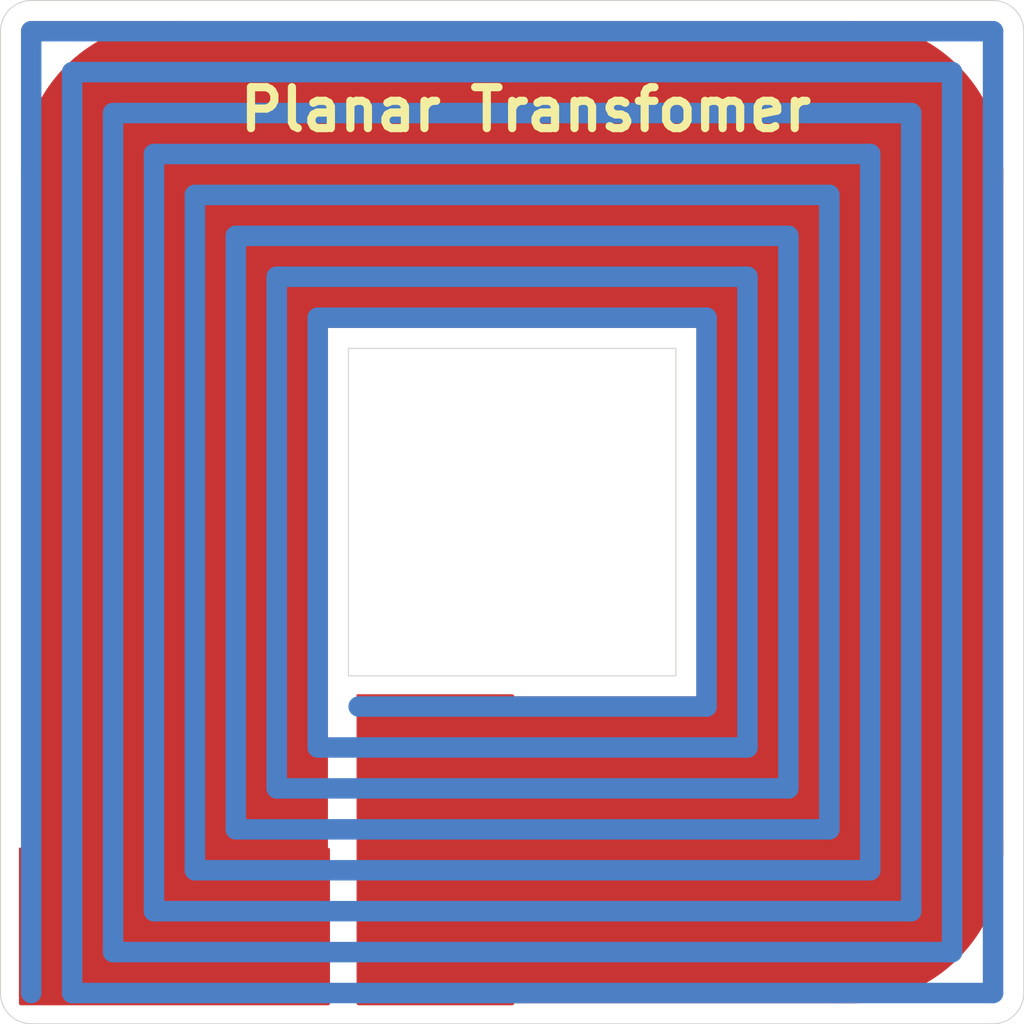
<source format=kicad_pcb>
(kicad_pcb
	(version 20240108)
	(generator "pcbnew")
	(generator_version "8.0")
	(general
		(thickness 1.6)
		(legacy_teardrops no)
	)
	(paper "A4")
	(layers
		(0 "F.Cu" signal)
		(31 "B.Cu" signal)
		(32 "B.Adhes" user "B.Adhesive")
		(33 "F.Adhes" user "F.Adhesive")
		(34 "B.Paste" user)
		(35 "F.Paste" user)
		(36 "B.SilkS" user "B.Silkscreen")
		(37 "F.SilkS" user "F.Silkscreen")
		(38 "B.Mask" user)
		(39 "F.Mask" user)
		(40 "Dwgs.User" user "User.Drawings")
		(41 "Cmts.User" user "User.Comments")
		(42 "Eco1.User" user "User.Eco1")
		(43 "Eco2.User" user "User.Eco2")
		(44 "Edge.Cuts" user)
		(45 "Margin" user)
		(46 "B.CrtYd" user "B.Courtyard")
		(47 "F.CrtYd" user "F.Courtyard")
		(48 "B.Fab" user)
		(49 "F.Fab" user)
		(50 "User.1" user)
		(51 "User.2" user)
		(52 "User.3" user)
		(53 "User.4" user)
		(54 "User.5" user)
		(55 "User.6" user)
		(56 "User.7" user)
		(57 "User.8" user)
		(58 "User.9" user)
	)
	(setup
		(stackup
			(layer "F.SilkS"
				(type "Top Silk Screen")
			)
			(layer "F.Paste"
				(type "Top Solder Paste")
			)
			(layer "F.Mask"
				(type "Top Solder Mask")
				(thickness 0.01)
			)
			(layer "F.Cu"
				(type "copper")
				(thickness 0.035)
			)
			(layer "dielectric 1"
				(type "core")
				(thickness 1.51)
				(material "FR4")
				(epsilon_r 4.5)
				(loss_tangent 0.02)
			)
			(layer "B.Cu"
				(type "copper")
				(thickness 0.035)
			)
			(layer "B.Mask"
				(type "Bottom Solder Mask")
				(thickness 0.01)
			)
			(layer "B.Paste"
				(type "Bottom Solder Paste")
			)
			(layer "B.SilkS"
				(type "Bottom Silk Screen")
			)
			(copper_finish "None")
			(dielectric_constraints no)
		)
		(pad_to_mask_clearance 0)
		(allow_soldermask_bridges_in_footprints no)
		(aux_axis_origin 100 100)
		(grid_origin 100 100)
		(pcbplotparams
			(layerselection 0x00010fc_ffffffff)
			(plot_on_all_layers_selection 0x0000000_00000000)
			(disableapertmacros no)
			(usegerberextensions no)
			(usegerberattributes yes)
			(usegerberadvancedattributes yes)
			(creategerberjobfile yes)
			(dashed_line_dash_ratio 12.000000)
			(dashed_line_gap_ratio 3.000000)
			(svgprecision 4)
			(plotframeref no)
			(viasonmask no)
			(mode 1)
			(useauxorigin no)
			(hpglpennumber 1)
			(hpglpenspeed 20)
			(hpglpendiameter 15.000000)
			(pdf_front_fp_property_popups yes)
			(pdf_back_fp_property_popups yes)
			(dxfpolygonmode yes)
			(dxfimperialunits yes)
			(dxfusepcbnewfont yes)
			(psnegative no)
			(psa4output no)
			(plotreference yes)
			(plotvalue yes)
			(plotfptext yes)
			(plotinvisibletext no)
			(sketchpadsonfab no)
			(subtractmaskfromsilk no)
			(outputformat 1)
			(mirror no)
			(drillshape 1)
			(scaleselection 1)
			(outputdirectory "")
		)
	)
	(net 0 "")
	(gr_line
		(start 141.5 58.5)
		(end 108.5 58.5)
		(stroke
			(width 15)
			(type default)
		)
		(layer "F.Cu")
		(uuid "37b25a02-4de6-48c7-a7a6-0ce12cee8e28")
	)
	(gr_rect
		(start 117.5 84)
		(end 125 99)
		(stroke
			(width 0.2)
			(type default)
		)
		(fill solid)
		(layer "F.Cu")
		(uuid "731c191f-a156-412d-8100-f4a4e47eaf03")
	)
	(gr_line
		(start 141.5 91.5)
		(end 125 91.5)
		(stroke
			(width 15)
			(type default)
		)
		(layer "F.Cu")
		(uuid "7c0eb2ef-5877-4d6e-813a-7ee5982ec0d6")
	)
	(gr_rect
		(start 101 91.5)
		(end 116 99)
		(stroke
			(width 0.2)
			(type default)
		)
		(fill solid)
		(layer "F.Cu")
		(uuid "9b384ee2-cc9b-41d3-b3d9-41444c54b22b")
	)
	(gr_line
		(start 108.5 91.5)
		(end 108.5 58.5)
		(stroke
			(width 15)
			(type default)
		)
		(layer "F.Cu")
		(uuid "dba659a4-880b-4614-b526-c83a7efd0061")
	)
	(gr_line
		(start 141.5 91.5)
		(end 141.5 58.5)
		(stroke
			(width 15)
			(type default)
		)
		(layer "F.Cu")
		(uuid "dd0e4724-3c93-4c3e-b6c4-584e4d8b52a4")
	)
	(gr_line
		(start 115.5 86.5)
		(end 136.5 86.5)
		(stroke
			(width 1)
			(type default)
		)
		(layer "B.Cu")
		(uuid "1169a66e-a6ec-41f6-8a61-b90bcff5a54b")
	)
	(gr_line
		(start 109.5 92.5)
		(end 142.5 92.5)
		(stroke
			(width 1)
			(type default)
		)
		(layer "B.Cu")
		(uuid "20037575-357c-4a7d-871d-3786f8415fdd")
	)
	(gr_line
		(start 115.5 86.5)
		(end 115.5 65.500001)
		(stroke
			(width 1)
			(type default)
		)
		(layer "B.Cu")
		(uuid "24e8415d-b815-4d00-93ee-fcc6aaab7b99")
	)
	(gr_line
		(start 136.5 63.5)
		(end 136.5 86.5)
		(stroke
			(width 1)
			(type default)
		)
		(layer "B.Cu")
		(uuid "2603f77b-3b32-478c-adff-745b9917e582")
	)
	(gr_line
		(start 144.5 55.5)
		(end 144.5 94.499999)
		(stroke
			(width 1)
			(type default)
		)
		(layer "B.Cu")
		(uuid "2d5407d3-186c-4002-8faf-36f520400d44")
	)
	(gr_line
		(start 105.500001 55.5)
		(end 105.5 96.5)
		(stroke
			(width 1)
			(type default)
		)
		(layer "B.Cu")
		(uuid "2f23c8cf-fedb-4752-9922-d0c9e0d85b43")
	)
	(gr_line
		(start 148.5 51.5)
		(end 101.5 51.5)
		(stroke
			(width 1)
			(type default)
		)
		(layer "B.Cu")
		(uuid "30acff6d-cb85-4a48-9164-85f52b6a0998")
	)
	(gr_line
		(start 103.5 53.5)
		(end 103.5 98.5)
		(stroke
			(width 1)
			(type default)
		)
		(layer "B.Cu")
		(uuid "35fa76bb-fb34-43a9-87d9-2d96d447364e")
	)
	(gr_line
		(start 115.5 65.500001)
		(end 134.5 65.5)
		(stroke
			(width 1)
			(type default)
		)
		(layer "B.Cu")
		(uuid "4b5d3509-355c-423e-9213-5676e3c13d5a")
	)
	(gr_line
		(start 111.5 90.5)
		(end 140.5 90.5)
		(stroke
			(width 1)
			(type default)
		)
		(layer "B.Cu")
		(uuid "54c8b116-ae3e-40d1-8812-4d860e14654c")
	)
	(gr_line
		(start 111.5 90.5)
		(end 111.5 61.5)
		(stroke
			(width 1)
			(type default)
		)
		(layer "B.Cu")
		(uuid "5ac9d755-c67b-4c15-b741-25149af79c15")
	)
	(gr_line
		(start 142.5 57.5)
		(end 107.5 57.499999)
		(stroke
			(width 1)
			(type default)
		)
		(layer "B.Cu")
		(uuid "60b6870e-00e2-45ef-b3b8-529136bfa8ca")
	)
	(gr_line
		(start 101.5 98.5)
		(end 101.5 51.5)
		(stroke
			(width 1)
			(type default)
		)
		(layer "B.Cu")
		(uuid "862603e3-73f0-4623-98cb-bc621896a0df")
	)
	(gr_line
		(start 113.5 88.5)
		(end 113.5 63.499999)
		(stroke
			(width 1)
			(type default)
		)
		(layer "B.Cu")
		(uuid "8655d3aa-fc91-4f4f-9ec5-6d85c25f3e0b")
	)
	(gr_line
		(start 146.5 96.500001)
		(end 105.5 96.5)
		(stroke
			(width 1)
			(type default)
		)
		(layer "B.Cu")
		(uuid "88bb195f-918a-4b51-88a5-dffc6a91739d")
	)
	(gr_line
		(start 140.5 59.5)
		(end 109.5 59.5)
		(stroke
			(width 1)
			(type default)
		)
		(layer "B.Cu")
		(uuid "a19f0549-6098-431c-b318-b4b463f77e14")
	)
	(gr_line
		(start 111.5 61.5)
		(end 138.5 61.5)
		(stroke
			(width 1)
			(type default)
		)
		(layer "B.Cu")
		(uuid "a1c48cb8-5f3d-43a8-9a6e-268f5e294c0a")
	)
	(gr_line
		(start 144.5 94.499999)
		(end 107.5 94.499999)
		(stroke
			(width 1)
			(type default)
		)
		(layer "B.Cu")
		(uuid "a3c02a8c-63b0-433b-95ac-e827c73f7afa")
	)
	(gr_line
		(start 134.5 65.5)
		(end 134.5 84.5)
		(stroke
			(width 1)
			(type default)
		)
		(layer "B.Cu")
		(uuid "a45b2d04-d8b0-4126-b339-0758c60816ac")
	)
	(gr_line
		(start 138.5 88.5)
		(end 138.5 61.5)
		(stroke
			(width 1)
			(type default)
		)
		(layer "B.Cu")
		(uuid "a4d4ed2b-fec5-4491-89d9-379ecd00a3e9")
	)
	(gr_line
		(start 146.5 53.5)
		(end 146.5 96.500001)
		(stroke
			(width 1)
			(type default)
		)
		(layer "B.Cu")
		(uuid "aed4cee6-2ad3-49a8-999b-f2aef2bbe243")
	)
	(gr_line
		(start 109.5 92.5)
		(end 109.5 59.5)
		(stroke
			(width 1)
			(type default)
		)
		(layer "B.Cu")
		(uuid "afbf29ee-6899-49a9-bd11-d69131865afa")
	)
	(gr_line
		(start 113.5 88.5)
		(end 138.5 88.5)
		(stroke
			(width 1)
			(type default)
		)
		(layer "B.Cu")
		(uuid "bc4ac36f-357c-4128-9903-3a01e9d93cd0")
	)
	(gr_line
		(start 142.5 92.5)
		(end 142.5 57.5)
		(stroke
			(width 1)
			(type default)
		)
		(layer "B.Cu")
		(uuid "bd7d759b-b427-465c-afc4-53a3bd46e375")
	)
	(gr_line
		(start 113.5 63.499999)
		(end 136.5 63.5)
		(stroke
			(width 1)
			(type default)
		)
		(layer "B.Cu")
		(uuid "c3f73ce2-6e0b-4cb1-b28b-3af6f91ca2b6")
	)
	(gr_line
		(start 117.5 84.5)
		(end 134.5 84.5)
		(stroke
			(width 1)
			(type default)
		)
		(layer "B.Cu")
		(uuid "c7d9928d-22b6-4661-9705-47bc9d7e68a5")
	)
	(gr_line
		(start 146.5 53.5)
		(end 103.5 53.5)
		(stroke
			(width 1)
			(type default)
		)
		(layer "B.Cu")
		(uuid "c85f2ac9-123b-4c46-8ba8-18b725575c06")
	)
	(gr_line
		(start 107.5 57.499999)
		(end 107.5 94.499999)
		(stroke
			(width 1)
			(type default)
		)
		(layer "B.Cu")
		(uuid "db518413-d07d-4300-9c60-dbd8cfdea6d9")
	)
	(gr_line
		(start 144.5 55.5)
		(end 105.500001 55.5)
		(stroke
			(width 1)
			(type default)
		)
		(layer "B.Cu")
		(uuid "dbc2350c-7c9a-4bbe-afb4-8bdf2c47ccc7")
	)
	(gr_line
		(start 140.5 59.5)
		(end 140.5 90.5)
		(stroke
			(width 1)
			(type default)
		)
		(layer "B.Cu")
		(uuid "f07a8b0e-b29a-4275-a9f8-58b003df7fff")
	)
	(gr_line
		(start 148.5 98.5)
		(end 148.5 51.5)
		(stroke
			(width 1)
			(type default)
		)
		(layer "B.Cu")
		(uuid "f3fdc71f-7402-43ff-9c30-80c4cf99f2e1")
	)
	(gr_line
		(start 148.5 98.5)
		(end 103.5 98.5)
		(stroke
			(width 1)
			(type default)
		)
		(layer "B.Cu")
		(uuid "ff476313-e498-4034-922d-9f02c4193e52")
	)
	(gr_line
		(start 117.5 84.5)
		(end 120.5 84.5)
		(stroke
			(width 1)
			(type default)
		)
		(layer "B.Mask")
		(uuid "6c39ffd4-25eb-49de-8192-18d348792b06")
	)
	(gr_line
		(start 101.5 95.5)
		(end 101.5 98.5)
		(stroke
			(width 1)
			(type default)
		)
		(layer "B.Mask")
		(uuid "de25d8ce-f5ac-4483-93c0-e29d87737a38")
	)
	(gr_rect
		(start 117.5 84)
		(end 125 99)
		(stroke
			(width 0.1)
			(type default)
		)
		(fill solid)
		(layer "F.Mask")
		(uuid "46f91bf1-c26c-47b2-b5d7-b00d85b609ae")
	)
	(gr_rect
		(start 101 91.5)
		(end 116 99)
		(stroke
			(width 0.1)
			(type default)
		)
		(fill solid)
		(layer "F.Mask")
		(uuid "b232744e-1ddd-4752-816e-ed5f1d2a3fa4")
	)
	(gr_arc
		(start 101.5 100)
		(mid 100.43934 99.56066)
		(end 100 98.5)
		(stroke
			(width 0.05)
			(type default)
		)
		(layer "Edge.Cuts")
		(uuid "0221e50a-834f-4d6d-a82e-fea168b961b9")
	)
	(gr_arc
		(start 100 51.5)
		(mid 100.43934 50.43934)
		(end 101.5 50)
		(stroke
			(width 0.05)
			(type default)
		)
		(layer "Edge.Cuts")
		(uuid "0548f011-c47f-462a-b001-3cd8d98d064a")
	)
	(gr_arc
		(start 148.5 50)
		(mid 149.56066 50.43934)
		(end 150 51.5)
		(stroke
			(width 0.05)
			(type default)
		)
		(layer "Edge.Cuts")
		(uuid "0b5cfe9d-d795-41a7-a7aa-3e9db7475626")
	)
	(gr_line
		(start 133 67)
		(end 117 67)
		(stroke
			(width 0.05)
			(type default)
		)
		(layer "Edge.Cuts")
		(uuid "62e5a3b0-e1be-45e0-ad39-bc3b0d202a49")
	)
	(gr_line
		(start 117 83)
		(end 133 83)
		(stroke
			(width 0.05)
			(type default)
		)
		(layer "Edge.Cuts")
		(uuid "63dfcb80-a07c-4be2-bb9e-157f226c4f4c")
	)
	(gr_line
		(start 101.5 100)
		(end 148.5 100)
		(stroke
			(width 0.05)
			(type default)
		)
		(layer "Edge.Cuts")
		(uuid "6d3fd889-0621-4655-abdf-1da82d163e22")
	)
	(gr_line
		(start 148.5 50)
		(end 101.5 50)
		(stroke
			(width 0.05)
			(type default)
		)
		(layer "Edge.Cuts")
		(uuid "7f0fc637-6a9a-4094-9f6e-ec830f13dc2a")
	)
	(gr_arc
		(start 150 98.5)
		(mid 149.56066 99.56066)
		(end 148.5 100)
		(stroke
			(width 0.05)
			(type default)
		)
		(layer "Edge.Cuts")
		(uuid "97d9e659-0f47-477e-a306-b29270d6ed76")
	)
	(gr_line
		(start 100 51.5)
		(end 100 98.5)
		(stroke
			(width 0.05)
			(type default)
		)
		(layer "Edge.Cuts")
		(uuid "d4b77e6f-08d7-4edb-905c-a51b437f17a5")
	)
	(gr_line
		(start 133 83)
		(end 133 67)
		(stroke
			(width 0.05)
			(type default)
		)
		(layer "Edge.Cuts")
		(uuid "df018f35-3706-4f96-906c-bee4d97594cd")
	)
	(gr_line
		(start 117 67)
		(end 117 83)
		(stroke
			(width 0.05)
			(type default)
		)
		(layer "Edge.Cuts")
		(uuid "e177b9d3-f1fa-431c-8c6b-a2b20b8dc5f2")
	)
	(gr_line
		(start 150 98.5)
		(end 150 51.5)
		(stroke
			(width 0.05)
			(type default)
		)
		(layer "Edge.Cuts")
		(uuid "eaf1e9d6-cc5f-4c66-a440-0c7d331fb9a3")
	)
	(gr_text "Planar Transfomer"
		(at 111.5 56.5 0)
		(layer "F.SilkS")
		(uuid "c5308648-62d2-4333-bcf8-30c1b611f5c2")
		(effects
			(font
				(size 2 2)
				(thickness 0.4)
			)
			(justify left bottom)
		)
	)
)

</source>
